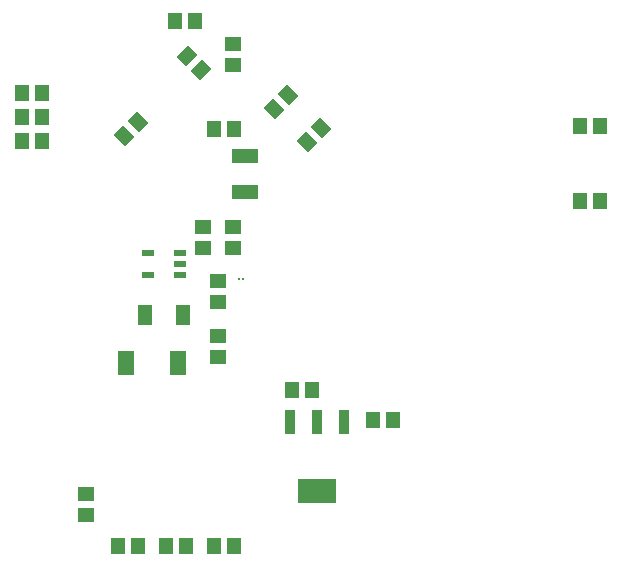
<source format=gbp>
G04 Layer_Color=128*
%FSLAX25Y25*%
%MOIN*%
G70*
G01*
G75*
%ADD12R,0.04528X0.05315*%
%ADD32R,0.03937X0.02362*%
%ADD33R,0.05512X0.08268*%
%ADD34R,0.04528X0.05512*%
%ADD35R,0.05512X0.04528*%
%ADD36R,0.08661X0.04921*%
%ADD37R,0.04528X0.06890*%
%ADD38R,0.05315X0.04528*%
%ADD39R,0.12795X0.08465*%
%ADD40R,0.03543X0.08465*%
G04:AMPARAMS|DCode=41|XSize=53.15mil|YSize=45.28mil|CornerRadius=0mil|HoleSize=0mil|Usage=FLASHONLY|Rotation=135.000|XOffset=0mil|YOffset=0mil|HoleType=Round|Shape=Rectangle|*
%AMROTATEDRECTD41*
4,1,4,0.03480,-0.00278,0.00278,-0.03480,-0.03480,0.00278,-0.00278,0.03480,0.03480,-0.00278,0.0*
%
%ADD41ROTATEDRECTD41*%

G04:AMPARAMS|DCode=42|XSize=55.12mil|YSize=45.28mil|CornerRadius=0mil|HoleSize=0mil|Usage=FLASHONLY|Rotation=315.000|XOffset=0mil|YOffset=0mil|HoleType=Round|Shape=Rectangle|*
%AMROTATEDRECTD42*
4,1,4,-0.03550,0.00348,-0.00348,0.03550,0.03550,-0.00348,0.00348,-0.03550,-0.03550,0.00348,0.0*
%
%ADD42ROTATEDRECTD42*%

G04:AMPARAMS|DCode=43|XSize=55.12mil|YSize=45.28mil|CornerRadius=0mil|HoleSize=0mil|Usage=FLASHONLY|Rotation=225.000|XOffset=0mil|YOffset=0mil|HoleType=Round|Shape=Rectangle|*
%AMROTATEDRECTD43*
4,1,4,0.00348,0.03550,0.03550,0.00348,-0.00348,-0.03550,-0.03550,-0.00348,0.00348,0.03550,0.0*
%
%ADD43ROTATEDRECTD43*%

%ADD44R,0.01000X0.01000*%
D12*
X223555Y149000D02*
D03*
X230445D02*
D03*
X223555Y124000D02*
D03*
X230445D02*
D03*
X76445Y9000D02*
D03*
X69555D02*
D03*
X108445D02*
D03*
X101555D02*
D03*
X37555Y152000D02*
D03*
X44445D02*
D03*
X37555Y160000D02*
D03*
X44445D02*
D03*
X37555Y144000D02*
D03*
X44445D02*
D03*
D32*
X90413Y106740D02*
D03*
Y103000D02*
D03*
Y99260D02*
D03*
X79587D02*
D03*
Y106740D02*
D03*
D33*
X89661Y70000D02*
D03*
X72339D02*
D03*
D34*
X92445Y9000D02*
D03*
X85555D02*
D03*
X108445Y148000D02*
D03*
X101555D02*
D03*
X134445Y61000D02*
D03*
X127555D02*
D03*
X154555Y51000D02*
D03*
X161445D02*
D03*
X95445Y184000D02*
D03*
X88555D02*
D03*
D35*
X98000Y115445D02*
D03*
Y108555D02*
D03*
X108000Y115445D02*
D03*
Y108555D02*
D03*
X59000Y26445D02*
D03*
Y19555D02*
D03*
D36*
X112000Y139008D02*
D03*
Y127000D02*
D03*
D37*
X91398Y86000D02*
D03*
X78602D02*
D03*
D38*
X103000Y97445D02*
D03*
Y90555D02*
D03*
Y79000D02*
D03*
Y72110D02*
D03*
X108000Y176445D02*
D03*
Y169555D02*
D03*
D39*
X136000Y27484D02*
D03*
D40*
X145055Y50516D02*
D03*
X136000D02*
D03*
X126945D02*
D03*
D41*
X126436Y159436D02*
D03*
X121564Y154564D02*
D03*
X137436Y148436D02*
D03*
X132564Y143564D02*
D03*
D42*
X76436Y150436D02*
D03*
X71564Y145564D02*
D03*
D43*
X97436Y167564D02*
D03*
X92564Y172436D02*
D03*
D44*
X111476Y98000D02*
D03*
X110000D02*
D03*
M02*

</source>
